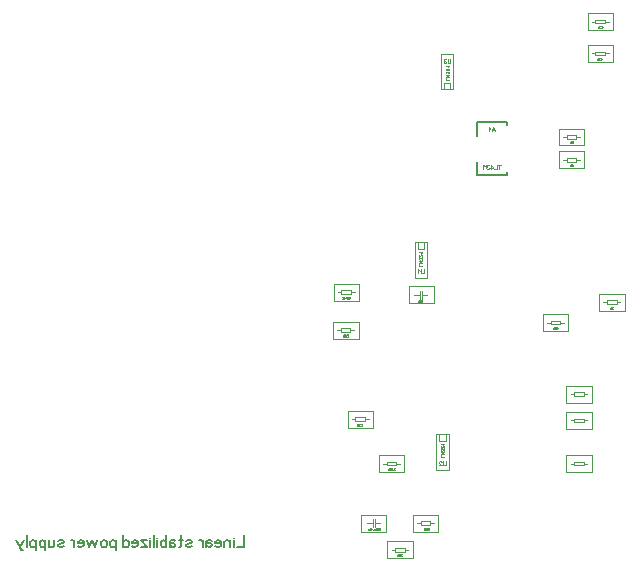
<source format=gbr>
%FSLAX34Y34*%
%MOMM*%
%LNSILK_BOTTOM*%
G71*
G01*
%ADD10C, 0.00*%
%ADD11C, 0.15*%
%ADD12C, 0.06*%
%ADD13C, 0.10*%
%ADD14C, 0.05*%
%ADD15C, 0.13*%
%ADD16C, 0.02*%
%LPD*%
G54D10*
X1547455Y387865D02*
X1568855Y387865D01*
X1568855Y402165D01*
X1547455Y402165D01*
X1547455Y387865D01*
G54D10*
X1565255Y395065D02*
X1562055Y395065D01*
X1562055Y396665D01*
X1554155Y396665D01*
X1554155Y393465D01*
X1562055Y393465D01*
X1562055Y395065D01*
G54D10*
X1554155Y395065D02*
X1550955Y395065D01*
G54D10*
X1547455Y407311D02*
X1568855Y407311D01*
X1568855Y421611D01*
X1547455Y421611D01*
X1547455Y407311D01*
G54D10*
X1565255Y414511D02*
X1562055Y414511D01*
X1562055Y416111D01*
X1554155Y416111D01*
X1554155Y412911D01*
X1562055Y412911D01*
X1562055Y414511D01*
G54D10*
X1554155Y414511D02*
X1550955Y414511D01*
G54D10*
X1581586Y267215D02*
X1602986Y267215D01*
X1602986Y281515D01*
X1581586Y281515D01*
X1581586Y267215D01*
G54D10*
X1599386Y274415D02*
X1596186Y274415D01*
X1596186Y276015D01*
X1588286Y276015D01*
X1588286Y272815D01*
X1596186Y272815D01*
X1596186Y274415D01*
G54D10*
X1588286Y274415D02*
X1585086Y274415D01*
G54D10*
X1420058Y273565D02*
X1441458Y273565D01*
X1441458Y287865D01*
X1420058Y287865D01*
X1420058Y273565D01*
G54D10*
X1435958Y280765D02*
X1431158Y280765D01*
X1431158Y283865D01*
X1431158Y277565D01*
G54D10*
X1429558Y283865D02*
X1429558Y277565D01*
G54D10*
X1429558Y280765D02*
X1425558Y280765D01*
X1424758Y280765D01*
G54D10*
X1533961Y250149D02*
X1555361Y250149D01*
X1555361Y264449D01*
X1533961Y264449D01*
X1533961Y250149D01*
G54D10*
X1551761Y257349D02*
X1548561Y257349D01*
X1548561Y258949D01*
X1540661Y258949D01*
X1540661Y255749D01*
X1548561Y255749D01*
X1548561Y257349D01*
G54D10*
X1540661Y257349D02*
X1537461Y257349D01*
G54D10*
X1553805Y189427D02*
X1575205Y189427D01*
X1575205Y203727D01*
X1553805Y203727D01*
X1553805Y189427D01*
G54D10*
X1571605Y196627D02*
X1568405Y196627D01*
X1568405Y198227D01*
X1560505Y198227D01*
X1560505Y195027D01*
X1568405Y195027D01*
X1568405Y196627D01*
G54D10*
X1560505Y196627D02*
X1557305Y196627D01*
G54D10*
X1553805Y167202D02*
X1575205Y167202D01*
X1575205Y181502D01*
X1553805Y181502D01*
X1553805Y167202D01*
G54D10*
X1571605Y174402D02*
X1568405Y174402D01*
X1568405Y176002D01*
X1560505Y176002D01*
X1560505Y172802D01*
X1568405Y172802D01*
X1568405Y174402D01*
G54D10*
X1560505Y174402D02*
X1557305Y174402D01*
G54D10*
X1553805Y130690D02*
X1575205Y130690D01*
X1575205Y144990D01*
X1553805Y144990D01*
X1553805Y130690D01*
G54D10*
X1571605Y137890D02*
X1568405Y137890D01*
X1568405Y139490D01*
X1560505Y139490D01*
X1560505Y136290D01*
X1568405Y136290D01*
X1568405Y137890D01*
G54D10*
X1560505Y137890D02*
X1557305Y137890D01*
G54D10*
X1402198Y57665D02*
X1423598Y57665D01*
X1423598Y71965D01*
X1402198Y71965D01*
X1402198Y57665D01*
G54D10*
X1419998Y64865D02*
X1416798Y64865D01*
X1416798Y66465D01*
X1408898Y66465D01*
X1408898Y63265D01*
X1416798Y63265D01*
X1416798Y64865D01*
G54D10*
X1408898Y64865D02*
X1405698Y64865D01*
G54D10*
X1400952Y94637D02*
X1379552Y94637D01*
X1379552Y80337D01*
X1400952Y80337D01*
X1400952Y94637D01*
G54D10*
X1385052Y87437D02*
X1389852Y87437D01*
X1389852Y84337D01*
X1389852Y90637D01*
G54D10*
X1391452Y84337D02*
X1391452Y90637D01*
G54D10*
X1391452Y87437D02*
X1395452Y87437D01*
X1396252Y87437D01*
G54D10*
X1395055Y130690D02*
X1416455Y130690D01*
X1416455Y144990D01*
X1395055Y144990D01*
X1395055Y130690D01*
G54D10*
X1412855Y137890D02*
X1409655Y137890D01*
X1409655Y139490D01*
X1401755Y139490D01*
X1401755Y136290D01*
X1409655Y136290D01*
X1409655Y137890D01*
G54D10*
X1401755Y137890D02*
X1398555Y137890D01*
G54D10*
X1356558Y275946D02*
X1377958Y275946D01*
X1377958Y290246D01*
X1356558Y290246D01*
X1356558Y275946D01*
G54D10*
X1374358Y283146D02*
X1371158Y283146D01*
X1371158Y284746D01*
X1363258Y284746D01*
X1363258Y281546D01*
X1371158Y281546D01*
X1371158Y283146D01*
G54D10*
X1363258Y283146D02*
X1360058Y283146D01*
G54D10*
X1424026Y80287D02*
X1445426Y80287D01*
X1445426Y94587D01*
X1424026Y94587D01*
X1424026Y80287D01*
G54D10*
X1441826Y87487D02*
X1438626Y87487D01*
X1438626Y89087D01*
X1430726Y89087D01*
X1430726Y85887D01*
X1438626Y85887D01*
X1438626Y87487D01*
G54D10*
X1430726Y87487D02*
X1427526Y87487D01*
G54D10*
X1571664Y477955D02*
X1593064Y477955D01*
X1593064Y492255D01*
X1571664Y492255D01*
X1571664Y477955D01*
G54D10*
X1589464Y485155D02*
X1586264Y485155D01*
X1586264Y486755D01*
X1578364Y486755D01*
X1578364Y483555D01*
X1586264Y483555D01*
X1586264Y485155D01*
G54D10*
X1578364Y485155D02*
X1575164Y485155D01*
G54D10*
X1571664Y504943D02*
X1593064Y504943D01*
X1593064Y519243D01*
X1571664Y519243D01*
X1571664Y504943D01*
G54D10*
X1589464Y512143D02*
X1586264Y512143D01*
X1586264Y513743D01*
X1578364Y513743D01*
X1578364Y510543D01*
X1586264Y510543D01*
X1586264Y512143D01*
G54D10*
X1578364Y512143D02*
X1575164Y512143D01*
G54D11*
X1503403Y384667D02*
X1503403Y382167D01*
X1478403Y382168D01*
X1478403Y393667D01*
G54D11*
X1478403Y415667D02*
X1478404Y427167D01*
X1503403Y427167D01*
X1503403Y424667D01*
G54D10*
X1356327Y243618D02*
X1377727Y243618D01*
X1377727Y257918D01*
X1356327Y257918D01*
X1356327Y243618D01*
G54D10*
X1374127Y250818D02*
X1370927Y250818D01*
X1370927Y252418D01*
X1363027Y252418D01*
X1363027Y249218D01*
X1370927Y249218D01*
X1370927Y250818D01*
G54D10*
X1363027Y250818D02*
X1359827Y250818D01*
G54D10*
X1368431Y168409D02*
X1389831Y168409D01*
X1389831Y182709D01*
X1368431Y182709D01*
X1368431Y168409D01*
G54D10*
X1386231Y175609D02*
X1383031Y175609D01*
X1383031Y177209D01*
X1375131Y177209D01*
X1375131Y174009D01*
X1383031Y174009D01*
X1383031Y175609D01*
G54D10*
X1375131Y175609D02*
X1371931Y175609D01*
G54D12*
X1433159Y302577D02*
X1433159Y299687D01*
X1432892Y299243D01*
X1432359Y299021D01*
X1431826Y299021D01*
X1431292Y299243D01*
X1431026Y299687D01*
X1431026Y302577D01*
G54D12*
X1429782Y301243D02*
X1428449Y302577D01*
X1428449Y299021D01*
G54D12*
X1451422Y139858D02*
X1451422Y136969D01*
X1451155Y136524D01*
X1450622Y136302D01*
X1450088Y136302D01*
X1449555Y136524D01*
X1449288Y136969D01*
X1449288Y139858D01*
G54D12*
X1445911Y136302D02*
X1448045Y136302D01*
X1448045Y136524D01*
X1447778Y136969D01*
X1446178Y138302D01*
X1445911Y138747D01*
X1445911Y139191D01*
X1446178Y139635D01*
X1446711Y139858D01*
X1447245Y139858D01*
X1447778Y139635D01*
X1448045Y139191D01*
G54D12*
X1455390Y480773D02*
X1455390Y477884D01*
X1455123Y477440D01*
X1454590Y477218D01*
X1454057Y477218D01*
X1453523Y477440D01*
X1453257Y477884D01*
X1453257Y480773D01*
G54D12*
X1452013Y480107D02*
X1451746Y480551D01*
X1451213Y480773D01*
X1450680Y480773D01*
X1450146Y480551D01*
X1449880Y480107D01*
X1449880Y479662D01*
X1450146Y479218D01*
X1450680Y478995D01*
X1450146Y478773D01*
X1449880Y478329D01*
X1449880Y477884D01*
X1450146Y477440D01*
X1450680Y477218D01*
X1451213Y477218D01*
X1451746Y477440D01*
X1452013Y477884D01*
G54D12*
X1493246Y419274D02*
X1491913Y422830D01*
X1490579Y419274D01*
G54D12*
X1492713Y420607D02*
X1491113Y420607D01*
G54D12*
X1489335Y421496D02*
X1488001Y422830D01*
X1488001Y419274D01*
G54D13*
X1458059Y484955D02*
X1458059Y454755D01*
X1447359Y454755D01*
X1447359Y484955D01*
X1458059Y484955D01*
G54D13*
X1455259Y460355D02*
X1455259Y454755D01*
X1450159Y454755D01*
X1450159Y460355D01*
X1455259Y460355D01*
G54D13*
X1425237Y295258D02*
X1425237Y325458D01*
X1435937Y325458D01*
X1435937Y295258D01*
X1425237Y295258D01*
G54D13*
X1428037Y319858D02*
X1428037Y325458D01*
X1433137Y325458D01*
X1433137Y319858D01*
X1428037Y319858D01*
G54D13*
X1443493Y132539D02*
X1443493Y162739D01*
X1454193Y162739D01*
X1454193Y132539D01*
X1443493Y132539D01*
G54D13*
X1446293Y157139D02*
X1446293Y162739D01*
X1451393Y162739D01*
X1451393Y157139D01*
X1446293Y157139D01*
G54D12*
X1496942Y387524D02*
X1496942Y391079D01*
G54D12*
X1498008Y391079D02*
X1495875Y391079D01*
G54D12*
X1494631Y391079D02*
X1494631Y387524D01*
X1492765Y387524D01*
G54D12*
X1489920Y387524D02*
X1489920Y391079D01*
X1491520Y388857D01*
X1491520Y388413D01*
X1489387Y388413D01*
G54D12*
X1488143Y390413D02*
X1487877Y390857D01*
X1487343Y391079D01*
X1486810Y391079D01*
X1486277Y390857D01*
X1486010Y390413D01*
X1486010Y389969D01*
X1486277Y389524D01*
X1486810Y389302D01*
X1486277Y389079D01*
X1486010Y388635D01*
X1486010Y388191D01*
X1486277Y387746D01*
X1486810Y387524D01*
X1487343Y387524D01*
X1487877Y387746D01*
X1488143Y388191D01*
G54D12*
X1484766Y389746D02*
X1483433Y391079D01*
X1483433Y387524D01*
G54D14*
X1454385Y462963D02*
X1451719Y462963D01*
X1451719Y464363D01*
G54D14*
X1451719Y465296D02*
X1454385Y465296D01*
X1452719Y466296D01*
X1454385Y467296D01*
X1451719Y467296D01*
G54D14*
X1453885Y468229D02*
X1454219Y468429D01*
X1454385Y468829D01*
X1454385Y469229D01*
X1454219Y469629D01*
X1453885Y469829D01*
X1453552Y469829D01*
X1453219Y469629D01*
X1453052Y469229D01*
X1452885Y469629D01*
X1452552Y469829D01*
X1452219Y469829D01*
X1451885Y469629D01*
X1451719Y469229D01*
X1451719Y468829D01*
X1451885Y468429D01*
X1452219Y468229D01*
G54D14*
X1451719Y472362D02*
X1451719Y470762D01*
X1451885Y470762D01*
X1452219Y470962D01*
X1453219Y472162D01*
X1453552Y472362D01*
X1453885Y472362D01*
X1454219Y472162D01*
X1454385Y471762D01*
X1454385Y471362D01*
X1454219Y470962D01*
X1453885Y470762D01*
G54D14*
X1453385Y473295D02*
X1454385Y474295D01*
X1451719Y474295D01*
G54D14*
X1431763Y305404D02*
X1429097Y305404D01*
X1429097Y306804D01*
G54D14*
X1429097Y307737D02*
X1431763Y307737D01*
X1430097Y308737D01*
X1431763Y309737D01*
X1429097Y309737D01*
G54D14*
X1431263Y310670D02*
X1431597Y310870D01*
X1431763Y311270D01*
X1431763Y311670D01*
X1431597Y312070D01*
X1431263Y312270D01*
X1430930Y312270D01*
X1430597Y312070D01*
X1430430Y311670D01*
X1430263Y312070D01*
X1429930Y312270D01*
X1429597Y312270D01*
X1429263Y312070D01*
X1429097Y311670D01*
X1429097Y311270D01*
X1429263Y310870D01*
X1429597Y310670D01*
G54D14*
X1429097Y314803D02*
X1429097Y313203D01*
X1429263Y313203D01*
X1429597Y313403D01*
X1430597Y314603D01*
X1430930Y314803D01*
X1431263Y314803D01*
X1431597Y314603D01*
X1431763Y314203D01*
X1431763Y313803D01*
X1431597Y313403D01*
X1431263Y313203D01*
G54D14*
X1430763Y315736D02*
X1431763Y316736D01*
X1429097Y316736D01*
G54D14*
X1450417Y143479D02*
X1447750Y143479D01*
X1447750Y144879D01*
G54D14*
X1447750Y145812D02*
X1450417Y145812D01*
X1448750Y146812D01*
X1450417Y147812D01*
X1447750Y147812D01*
G54D14*
X1449917Y148745D02*
X1450250Y148945D01*
X1450417Y149345D01*
X1450417Y149745D01*
X1450250Y150145D01*
X1449917Y150345D01*
X1449583Y150345D01*
X1449250Y150145D01*
X1449083Y149745D01*
X1448917Y150145D01*
X1448583Y150345D01*
X1448250Y150345D01*
X1447917Y150145D01*
X1447750Y149745D01*
X1447750Y149345D01*
X1447917Y148945D01*
X1448250Y148745D01*
G54D14*
X1447750Y152878D02*
X1447750Y151278D01*
X1447917Y151278D01*
X1448250Y151478D01*
X1449250Y152678D01*
X1449583Y152878D01*
X1449917Y152878D01*
X1450250Y152678D01*
X1450417Y152278D01*
X1450417Y151878D01*
X1450250Y151478D01*
X1449917Y151278D01*
G54D14*
X1449417Y153811D02*
X1450417Y154811D01*
X1447750Y154811D01*
G54D15*
X1280483Y77765D02*
X1280483Y67098D01*
X1274883Y67098D01*
G54D15*
X1271949Y67098D02*
X1271949Y73098D01*
G54D15*
X1271949Y75098D02*
X1271949Y75098D01*
G54D15*
X1269017Y67098D02*
X1269017Y73098D01*
G54D15*
X1269017Y71765D02*
X1268217Y72698D01*
X1266617Y73098D01*
X1265017Y72698D01*
X1264217Y71765D01*
X1264217Y67098D01*
G54D15*
X1256483Y67765D02*
X1257763Y67098D01*
X1259363Y67098D01*
X1260963Y67765D01*
X1261283Y69098D01*
X1261283Y71365D01*
X1260483Y72698D01*
X1258883Y73098D01*
X1257283Y72698D01*
X1256483Y71765D01*
X1256483Y70432D01*
X1261283Y70432D01*
G54D15*
X1253551Y72432D02*
X1251951Y73098D01*
X1250031Y73098D01*
X1248751Y71765D01*
X1248751Y67098D01*
G54D15*
X1249551Y67765D02*
X1248751Y69098D01*
X1249551Y70432D01*
X1251151Y70698D01*
X1252751Y70432D01*
X1253551Y69098D01*
X1253231Y67765D01*
X1251951Y67098D01*
X1251151Y67098D01*
X1250831Y67098D01*
X1249551Y67765D01*
G54D15*
X1245817Y67098D02*
X1245817Y73098D01*
G54D15*
X1245817Y71765D02*
X1244217Y73098D01*
X1242617Y73098D01*
G54D15*
X1236591Y67765D02*
X1234991Y67098D01*
X1233391Y67098D01*
X1231791Y67765D01*
X1231791Y69098D01*
X1232591Y69765D01*
X1235791Y70432D01*
X1236591Y71098D01*
X1236591Y72432D01*
X1234991Y73098D01*
X1233391Y73098D01*
X1231791Y72432D01*
G54D15*
X1227259Y77765D02*
X1227259Y67765D01*
X1226459Y67098D01*
X1225659Y67365D01*
G54D15*
X1228859Y73098D02*
X1225659Y73098D01*
G54D15*
X1222725Y72432D02*
X1221125Y73098D01*
X1219205Y73098D01*
X1217925Y71765D01*
X1217925Y67098D01*
G54D15*
X1218725Y67765D02*
X1217925Y69098D01*
X1218725Y70432D01*
X1220325Y70698D01*
X1221925Y70432D01*
X1222725Y69098D01*
X1222405Y67765D01*
X1221125Y67098D01*
X1220325Y67098D01*
X1220005Y67098D01*
X1218725Y67765D01*
G54D15*
X1214993Y67098D02*
X1214993Y77765D01*
G54D15*
X1214993Y71365D02*
X1214193Y72698D01*
X1212593Y73098D01*
X1210993Y72698D01*
X1210193Y71365D01*
X1210193Y68698D01*
X1210993Y67365D01*
X1212593Y67098D01*
X1214193Y67365D01*
X1214993Y68698D01*
G54D15*
X1207259Y67098D02*
X1207259Y73098D01*
G54D15*
X1207259Y75098D02*
X1207259Y75098D01*
G54D15*
X1204327Y67098D02*
X1204327Y77765D01*
G54D15*
X1201393Y67098D02*
X1201393Y73098D01*
G54D15*
X1201393Y75098D02*
X1201393Y75098D01*
G54D15*
X1198461Y73098D02*
X1193661Y73098D01*
X1198461Y67098D01*
X1193661Y67098D01*
G54D15*
X1185927Y67765D02*
X1187207Y67098D01*
X1188807Y67098D01*
X1190407Y67765D01*
X1190727Y69098D01*
X1190727Y71365D01*
X1189927Y72698D01*
X1188327Y73098D01*
X1186727Y72698D01*
X1185927Y71765D01*
X1185927Y70432D01*
X1190727Y70432D01*
G54D15*
X1178195Y67098D02*
X1178195Y77765D01*
G54D15*
X1178195Y71365D02*
X1178995Y72698D01*
X1180595Y73098D01*
X1182195Y72698D01*
X1182995Y71365D01*
X1182995Y68698D01*
X1182195Y67365D01*
X1180595Y67098D01*
X1178995Y67365D01*
X1178195Y68698D01*
G54D15*
X1172169Y73098D02*
X1172169Y64432D01*
G54D15*
X1172169Y69098D02*
X1171369Y67365D01*
X1169769Y67098D01*
X1168169Y67365D01*
X1167369Y68698D01*
X1167369Y71365D01*
X1168169Y72698D01*
X1169769Y73098D01*
X1171369Y72698D01*
X1172169Y71098D01*
G54D15*
X1160435Y67365D02*
X1159635Y68698D01*
X1159635Y71365D01*
X1160435Y72698D01*
X1162035Y73098D01*
X1163635Y72698D01*
X1164435Y71365D01*
X1164435Y68698D01*
X1163635Y67365D01*
X1162035Y67098D01*
X1160435Y67365D01*
G54D15*
X1156703Y73098D02*
X1154303Y67098D01*
X1151903Y73098D01*
X1149503Y67098D01*
X1147903Y73098D01*
G54D15*
X1140169Y67765D02*
X1141449Y67098D01*
X1143049Y67098D01*
X1144649Y67765D01*
X1144969Y69098D01*
X1144969Y71365D01*
X1144169Y72698D01*
X1142569Y73098D01*
X1140969Y72698D01*
X1140169Y71765D01*
X1140169Y70432D01*
X1144969Y70432D01*
G54D15*
X1137237Y67098D02*
X1137237Y73098D01*
G54D15*
X1137237Y71765D02*
X1135637Y73098D01*
X1134037Y73098D01*
G54D15*
X1128011Y67765D02*
X1126411Y67098D01*
X1124811Y67098D01*
X1123211Y67765D01*
X1123211Y69098D01*
X1124011Y69765D01*
X1127211Y70432D01*
X1128011Y71098D01*
X1128011Y72432D01*
X1126411Y73098D01*
X1124811Y73098D01*
X1123211Y72432D01*
G54D15*
X1115477Y73098D02*
X1115477Y67098D01*
G54D15*
X1115477Y68432D02*
X1116277Y67365D01*
X1117877Y67098D01*
X1119477Y67365D01*
X1120277Y68432D01*
X1120277Y73098D01*
G54D15*
X1112545Y73098D02*
X1112545Y64432D01*
G54D15*
X1112545Y69098D02*
X1111745Y67365D01*
X1110145Y67098D01*
X1108545Y67365D01*
X1107745Y68698D01*
X1107745Y71365D01*
X1108545Y72698D01*
X1110145Y73098D01*
X1111745Y72698D01*
X1112545Y71098D01*
G54D15*
X1104811Y73098D02*
X1104811Y64432D01*
G54D15*
X1104811Y69098D02*
X1104011Y67365D01*
X1102411Y67098D01*
X1100811Y67365D01*
X1100011Y68698D01*
X1100011Y71365D01*
X1100811Y72698D01*
X1102411Y73098D01*
X1104011Y72698D01*
X1104811Y71098D01*
G54D15*
X1097079Y67098D02*
X1097079Y77765D01*
G54D15*
X1094145Y73098D02*
X1090945Y67098D01*
X1087745Y73098D01*
G54D15*
X1090945Y67098D02*
X1091745Y65098D01*
X1092545Y64432D01*
X1093345Y64432D01*
G54D16*
X1584421Y507698D02*
X1583754Y508364D01*
X1583754Y506587D01*
G54D16*
X1583265Y506675D02*
X1583265Y506587D01*
X1583158Y506587D01*
X1583158Y506675D01*
X1583265Y506675D01*
G54D16*
X1581602Y506587D02*
X1582669Y506587D01*
X1582669Y506698D01*
X1582535Y506920D01*
X1581735Y507587D01*
X1581602Y507809D01*
X1581602Y508031D01*
X1581735Y508253D01*
X1582002Y508364D01*
X1582269Y508364D01*
X1582535Y508253D01*
X1582669Y508031D01*
G54D16*
X1581113Y506587D02*
X1581113Y508364D01*
G54D16*
X1580713Y507253D02*
X1580313Y506587D01*
G54D16*
X1581113Y507031D02*
X1580313Y507587D01*
G54D16*
X1584024Y480710D02*
X1583357Y481377D01*
X1583357Y479599D01*
G54D16*
X1582868Y479688D02*
X1582868Y479599D01*
X1582761Y479599D01*
X1582761Y479688D01*
X1582868Y479688D01*
G54D16*
X1581205Y479599D02*
X1582272Y479599D01*
X1582272Y479710D01*
X1582139Y479932D01*
X1581339Y480599D01*
X1581205Y480821D01*
X1581205Y481043D01*
X1581339Y481266D01*
X1581605Y481377D01*
X1581872Y481377D01*
X1582139Y481266D01*
X1582272Y481043D01*
G54D16*
X1580716Y479599D02*
X1580716Y481377D01*
G54D16*
X1580316Y480266D02*
X1579916Y479599D01*
G54D16*
X1580716Y480043D02*
X1579916Y480599D01*
G54D16*
X1558351Y408955D02*
X1559418Y408955D01*
X1559418Y409066D01*
X1559284Y409289D01*
X1558484Y409955D01*
X1558351Y410177D01*
X1558351Y410400D01*
X1558484Y410622D01*
X1558751Y410733D01*
X1559018Y410733D01*
X1559284Y410622D01*
X1559418Y410400D01*
G54D16*
X1557862Y408955D02*
X1557862Y410733D01*
G54D16*
X1557462Y409622D02*
X1557062Y408955D01*
G54D16*
X1557862Y409400D02*
X1557062Y409955D01*
G54D16*
X1557954Y389508D02*
X1559021Y389508D01*
X1559021Y389619D01*
X1558887Y389842D01*
X1558087Y390508D01*
X1557954Y390731D01*
X1557954Y390953D01*
X1558087Y391175D01*
X1558354Y391286D01*
X1558621Y391286D01*
X1558887Y391175D01*
X1559021Y390953D01*
G54D16*
X1557465Y389508D02*
X1557465Y391286D01*
G54D16*
X1557065Y390175D02*
X1556665Y389508D01*
G54D16*
X1557465Y389953D02*
X1556665Y390508D01*
G54D16*
X1592085Y268858D02*
X1593152Y268858D01*
X1593152Y268969D01*
X1593019Y269192D01*
X1592219Y269858D01*
X1592085Y270081D01*
X1592085Y270303D01*
X1592219Y270525D01*
X1592485Y270636D01*
X1592752Y270636D01*
X1593019Y270525D01*
X1593152Y270303D01*
G54D16*
X1591596Y268858D02*
X1591596Y270636D01*
G54D16*
X1591196Y269525D02*
X1590796Y268858D01*
G54D16*
X1591596Y269303D02*
X1590796Y269858D01*
G54D16*
X1546321Y252904D02*
X1545654Y253571D01*
X1545654Y251793D01*
G54D16*
X1545165Y251882D02*
X1545165Y251793D01*
X1545058Y251793D01*
X1545058Y251882D01*
X1545165Y251882D01*
G54D16*
X1543502Y253237D02*
X1543635Y253459D01*
X1543902Y253571D01*
X1544169Y253571D01*
X1544435Y253459D01*
X1544569Y253237D01*
X1544569Y252682D01*
X1544569Y252571D01*
X1544169Y252793D01*
X1543902Y252793D01*
X1543635Y252682D01*
X1543502Y252459D01*
X1543502Y252126D01*
X1543635Y251904D01*
X1543902Y251793D01*
X1544169Y251793D01*
X1544435Y251904D01*
X1544569Y252126D01*
X1544569Y252682D01*
G54D16*
X1543013Y251793D02*
X1543013Y253571D01*
G54D16*
X1542613Y252459D02*
X1542213Y251793D01*
G54D16*
X1543013Y252237D02*
X1542213Y252793D01*
G54D16*
X1430557Y274415D02*
X1431624Y274415D01*
X1431624Y274526D01*
X1431491Y274748D01*
X1430691Y275415D01*
X1430557Y275637D01*
X1430557Y275859D01*
X1430691Y276081D01*
X1430957Y276192D01*
X1431224Y276192D01*
X1431491Y276081D01*
X1431624Y275859D01*
G54D16*
X1429001Y274415D02*
X1430068Y274415D01*
X1430068Y274526D01*
X1429935Y274748D01*
X1429135Y275415D01*
X1429001Y275637D01*
X1429001Y275859D01*
X1429135Y276081D01*
X1429401Y276192D01*
X1429668Y276192D01*
X1429935Y276081D01*
X1430068Y275859D01*
G54D16*
X1428512Y275415D02*
X1428512Y273970D01*
G54D16*
X1428512Y274748D02*
X1428379Y274459D01*
X1428112Y274415D01*
X1427845Y274459D01*
X1427712Y274681D01*
X1427712Y275126D01*
X1427845Y275348D01*
X1428112Y275415D01*
X1428379Y275348D01*
X1428512Y275081D01*
G54D16*
X1370108Y279034D02*
X1369975Y279256D01*
X1369708Y279367D01*
X1369442Y279367D01*
X1369175Y279256D01*
X1369042Y279034D01*
X1369042Y278812D01*
X1369175Y278590D01*
X1369442Y278479D01*
X1369175Y278367D01*
X1369042Y278145D01*
X1369042Y277923D01*
X1369175Y277701D01*
X1369442Y277590D01*
X1369708Y277590D01*
X1369975Y277701D01*
X1370108Y277923D01*
G54D16*
X1368552Y277679D02*
X1368552Y277590D01*
X1368446Y277590D01*
X1368446Y277679D01*
X1368552Y277679D01*
G54D16*
X1367956Y279367D02*
X1366890Y279367D01*
X1367023Y279145D01*
X1367290Y278812D01*
X1367556Y278367D01*
X1367690Y278034D01*
X1367690Y277590D01*
G54D16*
X1365600Y277590D02*
X1365600Y279367D01*
X1366400Y278256D01*
X1366400Y278034D01*
X1365334Y278034D01*
G54D16*
X1364844Y277590D02*
X1364844Y279367D01*
G54D16*
X1364444Y278256D02*
X1364044Y277590D01*
G54D16*
X1364844Y278034D02*
X1364044Y278590D01*
G54D16*
X1408605Y133778D02*
X1408472Y134000D01*
X1408205Y134111D01*
X1407939Y134111D01*
X1407672Y134000D01*
X1407539Y133778D01*
X1407539Y133556D01*
X1407672Y133333D01*
X1407939Y133222D01*
X1407672Y133111D01*
X1407539Y132889D01*
X1407539Y132667D01*
X1407672Y132445D01*
X1407939Y132333D01*
X1408205Y132333D01*
X1408472Y132445D01*
X1408605Y132667D01*
G54D16*
X1407049Y132422D02*
X1407049Y132333D01*
X1406943Y132333D01*
X1406943Y132422D01*
X1407049Y132422D01*
G54D16*
X1406453Y134111D02*
X1405387Y134111D01*
X1405520Y133889D01*
X1405787Y133556D01*
X1406053Y133111D01*
X1406187Y132778D01*
X1406187Y132333D01*
G54D16*
X1404097Y132333D02*
X1404097Y134111D01*
X1404897Y133000D01*
X1404897Y132778D01*
X1403831Y132778D01*
G54D16*
X1403341Y132333D02*
X1403341Y134111D01*
G54D16*
X1402941Y133000D02*
X1402541Y132333D01*
G54D16*
X1403341Y132778D02*
X1402541Y133333D01*
G54D16*
X1379757Y170037D02*
X1380824Y170037D01*
X1380824Y170148D01*
X1380691Y170370D01*
X1379891Y171037D01*
X1379757Y171259D01*
X1379757Y171481D01*
X1379891Y171703D01*
X1380157Y171814D01*
X1380424Y171814D01*
X1380691Y171703D01*
X1380824Y171481D01*
G54D16*
X1379268Y170125D02*
X1379268Y170037D01*
X1379161Y170037D01*
X1379161Y170125D01*
X1379268Y170125D01*
G54D16*
X1377605Y170037D02*
X1378672Y170037D01*
X1378672Y170148D01*
X1378539Y170370D01*
X1377739Y171037D01*
X1377605Y171259D01*
X1377605Y171481D01*
X1377739Y171703D01*
X1378005Y171814D01*
X1378272Y171814D01*
X1378539Y171703D01*
X1378672Y171481D01*
G54D16*
X1377116Y170037D02*
X1377116Y171814D01*
G54D16*
X1376716Y170703D02*
X1376316Y170037D01*
G54D16*
X1377116Y170481D02*
X1376316Y171037D01*
G54D16*
X1367851Y245443D02*
X1368918Y245443D01*
X1368918Y245554D01*
X1368784Y245776D01*
X1367984Y246443D01*
X1367851Y246665D01*
X1367851Y246887D01*
X1367984Y247109D01*
X1368251Y247221D01*
X1368518Y247221D01*
X1368784Y247109D01*
X1368918Y246887D01*
G54D16*
X1367362Y245532D02*
X1367362Y245443D01*
X1367255Y245443D01*
X1367255Y245532D01*
X1367362Y245532D01*
G54D16*
X1365699Y245443D02*
X1366766Y245443D01*
X1366766Y245554D01*
X1366632Y245776D01*
X1365832Y246443D01*
X1365699Y246665D01*
X1365699Y246887D01*
X1365832Y247109D01*
X1366099Y247221D01*
X1366366Y247221D01*
X1366632Y247109D01*
X1366766Y246887D01*
G54D16*
X1365210Y245443D02*
X1365210Y247221D01*
G54D16*
X1364810Y246109D02*
X1364410Y245443D01*
G54D16*
X1365210Y245887D02*
X1364410Y246443D01*
G54D16*
X1436113Y83708D02*
X1437180Y83708D01*
X1437180Y82930D01*
X1437047Y82930D01*
X1436780Y83041D01*
X1436513Y83041D01*
X1436247Y82930D01*
X1436113Y82708D01*
X1436113Y82263D01*
X1436247Y82041D01*
X1436513Y81930D01*
X1436780Y81930D01*
X1437047Y82041D01*
X1437180Y82263D01*
G54D16*
X1434557Y83375D02*
X1434691Y83597D01*
X1434957Y83708D01*
X1435224Y83708D01*
X1435491Y83597D01*
X1435624Y83375D01*
X1435624Y82819D01*
X1435624Y82708D01*
X1435224Y82930D01*
X1434957Y82930D01*
X1434691Y82819D01*
X1434557Y82597D01*
X1434557Y82263D01*
X1434691Y82041D01*
X1434957Y81930D01*
X1435224Y81930D01*
X1435491Y82041D01*
X1435624Y82263D01*
X1435624Y82819D01*
G54D16*
X1433535Y82819D02*
X1433135Y82597D01*
X1433001Y82375D01*
X1433001Y81930D01*
G54D16*
X1434068Y81930D02*
X1434068Y83708D01*
X1433401Y83708D01*
X1433135Y83597D01*
X1433001Y83375D01*
X1433001Y83153D01*
X1433135Y82930D01*
X1433401Y82819D01*
X1434068Y82819D01*
G54D16*
X1414558Y61150D02*
X1414425Y61372D01*
X1414158Y61483D01*
X1413892Y61483D01*
X1413625Y61372D01*
X1413492Y61150D01*
X1413492Y60927D01*
X1413625Y60705D01*
X1413892Y60594D01*
X1413625Y60483D01*
X1413492Y60261D01*
X1413492Y60039D01*
X1413625Y59816D01*
X1413892Y59705D01*
X1414158Y59705D01*
X1414425Y59816D01*
X1414558Y60039D01*
G54D16*
X1412069Y61372D02*
X1411936Y61150D01*
X1411936Y60039D01*
X1412069Y59816D01*
X1412336Y59705D01*
X1412602Y59705D01*
X1412869Y59816D01*
X1413002Y60039D01*
X1413002Y61150D01*
X1412869Y61372D01*
X1412602Y61483D01*
X1412336Y61483D01*
X1412069Y61372D01*
G54D16*
X1411446Y59705D02*
X1411446Y61483D01*
G54D16*
X1411046Y60372D02*
X1410646Y59705D01*
G54D16*
X1411446Y60150D02*
X1410646Y60705D01*
G54D16*
X1394442Y83311D02*
X1395508Y83311D01*
X1395508Y82533D01*
X1395375Y82533D01*
X1395108Y82645D01*
X1394842Y82645D01*
X1394575Y82533D01*
X1394442Y82311D01*
X1394442Y81867D01*
X1394575Y81645D01*
X1394842Y81533D01*
X1395108Y81533D01*
X1395375Y81645D01*
X1395508Y81867D01*
G54D16*
X1393952Y81622D02*
X1393952Y81533D01*
X1393846Y81533D01*
X1393846Y81622D01*
X1393952Y81622D01*
G54D16*
X1392290Y82978D02*
X1392423Y83200D01*
X1392690Y83311D01*
X1392956Y83311D01*
X1393223Y83200D01*
X1393356Y82978D01*
X1393356Y82422D01*
X1393356Y82311D01*
X1392956Y82533D01*
X1392690Y82533D01*
X1392423Y82422D01*
X1392290Y82200D01*
X1392290Y81867D01*
X1392423Y81645D01*
X1392690Y81533D01*
X1392956Y81533D01*
X1393223Y81645D01*
X1393356Y81867D01*
X1393356Y82422D01*
G54D16*
X1391800Y81533D02*
X1391800Y82533D01*
G54D16*
X1391800Y82311D02*
X1391667Y82467D01*
X1391400Y82533D01*
X1391134Y82467D01*
X1391000Y82311D01*
X1391000Y81533D01*
G54D16*
X1390511Y81622D02*
X1390511Y81533D01*
X1390405Y81533D01*
X1390405Y81622D01*
X1390511Y81622D01*
G54D16*
X1389915Y81622D02*
X1389915Y81533D01*
X1389809Y81533D01*
X1389809Y81622D01*
X1389915Y81622D01*
G54D16*
X1389319Y82645D02*
X1388653Y83311D01*
X1388653Y81533D01*
G54D16*
X1387230Y83200D02*
X1387097Y82978D01*
X1387097Y81867D01*
X1387230Y81645D01*
X1387497Y81533D01*
X1387763Y81533D01*
X1388030Y81645D01*
X1388163Y81867D01*
X1388163Y82978D01*
X1388030Y83200D01*
X1387763Y83311D01*
X1387497Y83311D01*
X1387230Y83200D01*
G54D16*
X1386607Y81533D02*
X1386607Y82533D01*
G54D16*
X1386607Y82311D02*
X1386474Y82467D01*
X1386207Y82533D01*
X1385941Y82467D01*
X1385807Y82311D01*
X1385807Y81533D01*
M02*

</source>
